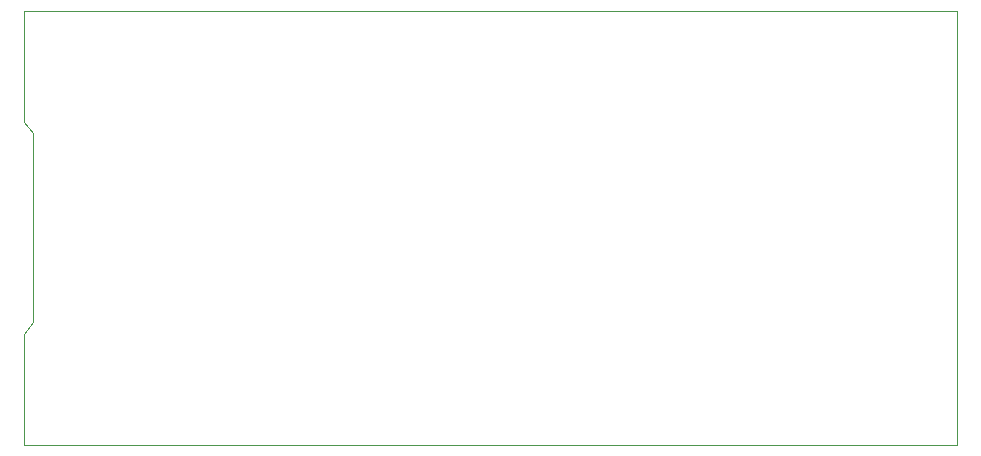
<source format=gbr>
%TF.GenerationSoftware,KiCad,Pcbnew,7.0.5*%
%TF.CreationDate,2023-10-22T09:55:20+02:00*%
%TF.ProjectId,USB E-Ink thing,55534220-452d-4496-9e6b-207468696e67,rev?*%
%TF.SameCoordinates,Original*%
%TF.FileFunction,Profile,NP*%
%FSLAX46Y46*%
G04 Gerber Fmt 4.6, Leading zero omitted, Abs format (unit mm)*
G04 Created by KiCad (PCBNEW 7.0.5) date 2023-10-22 09:55:20*
%MOMM*%
%LPD*%
G01*
G04 APERTURE LIST*
%TA.AperFunction,Profile*%
%ADD10C,0.100000*%
%TD*%
G04 APERTURE END LIST*
D10*
X100000000Y-100000000D02*
X100000000Y-109370000D01*
X100000000Y-136700000D02*
X100000000Y-127340000D01*
X179000000Y-100000000D02*
X179000000Y-136700000D01*
X100800000Y-126340000D02*
X100000000Y-127340000D01*
X100800000Y-110360000D02*
X100000000Y-109370000D01*
X100000000Y-136700000D02*
X179000000Y-136700000D01*
X100800000Y-110360000D02*
X100800000Y-126340000D01*
X179000000Y-100000000D02*
X100000000Y-100000000D01*
M02*

</source>
